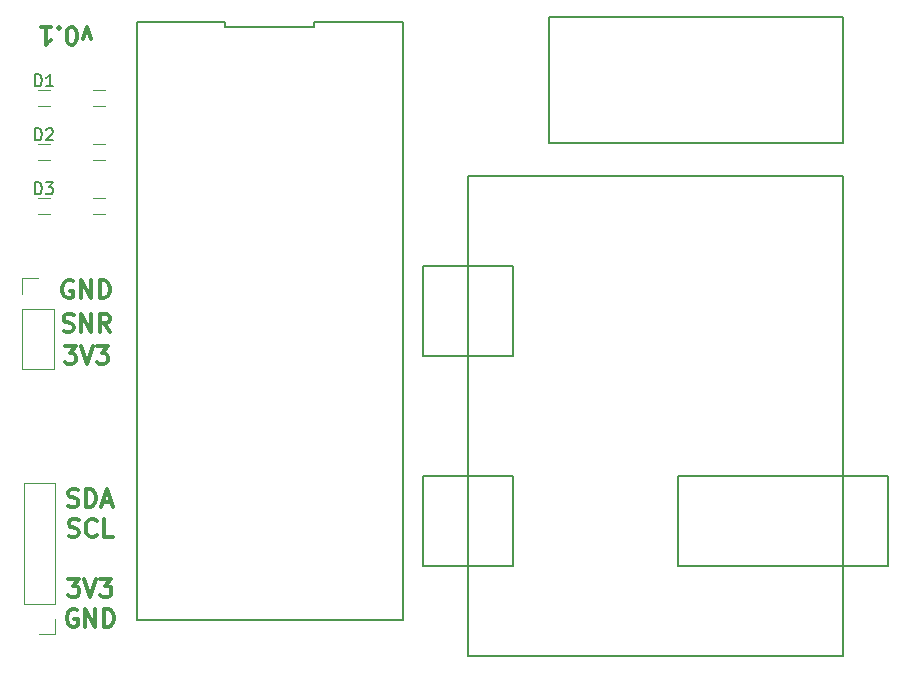
<source format=gbr>
G04 #@! TF.FileFunction,Legend,Top*
%FSLAX46Y46*%
G04 Gerber Fmt 4.6, Leading zero omitted, Abs format (unit mm)*
G04 Created by KiCad (PCBNEW 4.0.5) date 03/27/17 13:56:34*
%MOMM*%
%LPD*%
G01*
G04 APERTURE LIST*
%ADD10C,0.100000*%
%ADD11C,0.300000*%
%ADD12C,0.150000*%
%ADD13C,0.120000*%
G04 APERTURE END LIST*
D10*
D11*
X187265714Y-98441849D02*
X187480000Y-98513277D01*
X187837143Y-98513277D01*
X187980000Y-98441849D01*
X188051429Y-98370420D01*
X188122857Y-98227563D01*
X188122857Y-98084706D01*
X188051429Y-97941849D01*
X187980000Y-97870420D01*
X187837143Y-97798992D01*
X187551429Y-97727563D01*
X187408571Y-97656135D01*
X187337143Y-97584706D01*
X187265714Y-97441849D01*
X187265714Y-97298992D01*
X187337143Y-97156135D01*
X187408571Y-97084706D01*
X187551429Y-97013277D01*
X187908571Y-97013277D01*
X188122857Y-97084706D01*
X188765714Y-98513277D02*
X188765714Y-97013277D01*
X189622857Y-98513277D01*
X189622857Y-97013277D01*
X191194286Y-98513277D02*
X190694286Y-97798992D01*
X190337143Y-98513277D02*
X190337143Y-97013277D01*
X190908571Y-97013277D01*
X191051429Y-97084706D01*
X191122857Y-97156135D01*
X191194286Y-97298992D01*
X191194286Y-97513277D01*
X191122857Y-97656135D01*
X191051429Y-97727563D01*
X190908571Y-97798992D01*
X190337143Y-97798992D01*
X187372858Y-99762571D02*
X188301429Y-99762571D01*
X187801429Y-100334000D01*
X188015715Y-100334000D01*
X188158572Y-100405429D01*
X188230001Y-100476857D01*
X188301429Y-100619714D01*
X188301429Y-100976857D01*
X188230001Y-101119714D01*
X188158572Y-101191143D01*
X188015715Y-101262571D01*
X187587143Y-101262571D01*
X187444286Y-101191143D01*
X187372858Y-101119714D01*
X188730000Y-99762571D02*
X189230000Y-101262571D01*
X189730000Y-99762571D01*
X190087143Y-99762571D02*
X191015714Y-99762571D01*
X190515714Y-100334000D01*
X190730000Y-100334000D01*
X190872857Y-100405429D01*
X190944286Y-100476857D01*
X191015714Y-100619714D01*
X191015714Y-100976857D01*
X190944286Y-101119714D01*
X190872857Y-101191143D01*
X190730000Y-101262571D01*
X190301428Y-101262571D01*
X190158571Y-101191143D01*
X190087143Y-101119714D01*
X187662572Y-113268183D02*
X187876858Y-113339611D01*
X188234001Y-113339611D01*
X188376858Y-113268183D01*
X188448287Y-113196754D01*
X188519715Y-113053897D01*
X188519715Y-112911040D01*
X188448287Y-112768183D01*
X188376858Y-112696754D01*
X188234001Y-112625326D01*
X187948287Y-112553897D01*
X187805429Y-112482469D01*
X187734001Y-112411040D01*
X187662572Y-112268183D01*
X187662572Y-112125326D01*
X187734001Y-111982469D01*
X187805429Y-111911040D01*
X187948287Y-111839611D01*
X188305429Y-111839611D01*
X188519715Y-111911040D01*
X189162572Y-113339611D02*
X189162572Y-111839611D01*
X189519715Y-111839611D01*
X189734000Y-111911040D01*
X189876858Y-112053897D01*
X189948286Y-112196754D01*
X190019715Y-112482469D01*
X190019715Y-112696754D01*
X189948286Y-112982469D01*
X189876858Y-113125326D01*
X189734000Y-113268183D01*
X189519715Y-113339611D01*
X189162572Y-113339611D01*
X190591143Y-112911040D02*
X191305429Y-112911040D01*
X190448286Y-113339611D02*
X190948286Y-111839611D01*
X191448286Y-113339611D01*
X187698286Y-115808183D02*
X187912572Y-115879611D01*
X188269715Y-115879611D01*
X188412572Y-115808183D01*
X188484001Y-115736754D01*
X188555429Y-115593897D01*
X188555429Y-115451040D01*
X188484001Y-115308183D01*
X188412572Y-115236754D01*
X188269715Y-115165326D01*
X187984001Y-115093897D01*
X187841143Y-115022469D01*
X187769715Y-114951040D01*
X187698286Y-114808183D01*
X187698286Y-114665326D01*
X187769715Y-114522469D01*
X187841143Y-114451040D01*
X187984001Y-114379611D01*
X188341143Y-114379611D01*
X188555429Y-114451040D01*
X190055429Y-115736754D02*
X189984000Y-115808183D01*
X189769714Y-115879611D01*
X189626857Y-115879611D01*
X189412572Y-115808183D01*
X189269714Y-115665326D01*
X189198286Y-115522469D01*
X189126857Y-115236754D01*
X189126857Y-115022469D01*
X189198286Y-114736754D01*
X189269714Y-114593897D01*
X189412572Y-114451040D01*
X189626857Y-114379611D01*
X189769714Y-114379611D01*
X189984000Y-114451040D01*
X190055429Y-114522469D01*
X191412572Y-115879611D02*
X190698286Y-115879611D01*
X190698286Y-114379611D01*
X187670764Y-119459611D02*
X188599335Y-119459611D01*
X188099335Y-120031040D01*
X188313621Y-120031040D01*
X188456478Y-120102469D01*
X188527907Y-120173897D01*
X188599335Y-120316754D01*
X188599335Y-120673897D01*
X188527907Y-120816754D01*
X188456478Y-120888183D01*
X188313621Y-120959611D01*
X187885049Y-120959611D01*
X187742192Y-120888183D01*
X187670764Y-120816754D01*
X189027906Y-119459611D02*
X189527906Y-120959611D01*
X190027906Y-119459611D01*
X190385049Y-119459611D02*
X191313620Y-119459611D01*
X190813620Y-120031040D01*
X191027906Y-120031040D01*
X191170763Y-120102469D01*
X191242192Y-120173897D01*
X191313620Y-120316754D01*
X191313620Y-120673897D01*
X191242192Y-120816754D01*
X191170763Y-120888183D01*
X191027906Y-120959611D01*
X190599334Y-120959611D01*
X190456477Y-120888183D01*
X190385049Y-120816754D01*
X188030961Y-94246000D02*
X187888104Y-94174571D01*
X187673818Y-94174571D01*
X187459533Y-94246000D01*
X187316675Y-94388857D01*
X187245247Y-94531714D01*
X187173818Y-94817429D01*
X187173818Y-95031714D01*
X187245247Y-95317429D01*
X187316675Y-95460286D01*
X187459533Y-95603143D01*
X187673818Y-95674571D01*
X187816675Y-95674571D01*
X188030961Y-95603143D01*
X188102390Y-95531714D01*
X188102390Y-95031714D01*
X187816675Y-95031714D01*
X188745247Y-95674571D02*
X188745247Y-94174571D01*
X189602390Y-95674571D01*
X189602390Y-94174571D01*
X190316676Y-95674571D02*
X190316676Y-94174571D01*
X190673819Y-94174571D01*
X190888104Y-94246000D01*
X191030962Y-94388857D01*
X191102390Y-94531714D01*
X191173819Y-94817429D01*
X191173819Y-95031714D01*
X191102390Y-95317429D01*
X191030962Y-95460286D01*
X190888104Y-95603143D01*
X190673819Y-95674571D01*
X190316676Y-95674571D01*
X188385049Y-122071040D02*
X188242192Y-121999611D01*
X188027906Y-121999611D01*
X187813621Y-122071040D01*
X187670763Y-122213897D01*
X187599335Y-122356754D01*
X187527906Y-122642469D01*
X187527906Y-122856754D01*
X187599335Y-123142469D01*
X187670763Y-123285326D01*
X187813621Y-123428183D01*
X188027906Y-123499611D01*
X188170763Y-123499611D01*
X188385049Y-123428183D01*
X188456478Y-123356754D01*
X188456478Y-122856754D01*
X188170763Y-122856754D01*
X189099335Y-123499611D02*
X189099335Y-121999611D01*
X189956478Y-123499611D01*
X189956478Y-121999611D01*
X190670764Y-123499611D02*
X190670764Y-121999611D01*
X191027907Y-121999611D01*
X191242192Y-122071040D01*
X191385050Y-122213897D01*
X191456478Y-122356754D01*
X191527907Y-122642469D01*
X191527907Y-122856754D01*
X191456478Y-123142469D01*
X191385050Y-123285326D01*
X191242192Y-123428183D01*
X191027907Y-123499611D01*
X190670764Y-123499611D01*
X189594856Y-73727429D02*
X189237713Y-72727429D01*
X188880571Y-73727429D01*
X188023428Y-74227429D02*
X187880571Y-74227429D01*
X187737714Y-74156000D01*
X187666285Y-74084571D01*
X187594856Y-73941714D01*
X187523428Y-73656000D01*
X187523428Y-73298857D01*
X187594856Y-73013143D01*
X187666285Y-72870286D01*
X187737714Y-72798857D01*
X187880571Y-72727429D01*
X188023428Y-72727429D01*
X188166285Y-72798857D01*
X188237714Y-72870286D01*
X188309142Y-73013143D01*
X188380571Y-73298857D01*
X188380571Y-73656000D01*
X188309142Y-73941714D01*
X188237714Y-74084571D01*
X188166285Y-74156000D01*
X188023428Y-74227429D01*
X186880571Y-72870286D02*
X186809143Y-72798857D01*
X186880571Y-72727429D01*
X186952000Y-72798857D01*
X186880571Y-72870286D01*
X186880571Y-72727429D01*
X185380571Y-72727429D02*
X186237714Y-72727429D01*
X185809142Y-72727429D02*
X185809142Y-74227429D01*
X185951999Y-74013143D01*
X186094857Y-73870286D01*
X186237714Y-73798857D01*
D12*
X193464000Y-72306000D02*
X193464000Y-122936000D01*
X215984000Y-122936000D02*
X215984000Y-72306000D01*
X193464000Y-122936000D02*
X215984000Y-122936000D01*
X215984000Y-72306000D02*
X208477333Y-72306000D01*
X208477333Y-72306000D02*
X208477333Y-72756000D01*
X208477333Y-72756000D02*
X200970667Y-72756000D01*
X200970667Y-72756000D02*
X200970667Y-72306000D01*
X200970667Y-72306000D02*
X193464000Y-72306000D01*
D13*
X186089390Y-79420000D02*
X185089390Y-79420000D01*
X185089390Y-78060000D02*
X186089390Y-78060000D01*
X186089390Y-83992000D02*
X185089390Y-83992000D01*
X185089390Y-82632000D02*
X186089390Y-82632000D01*
X186090000Y-88564000D02*
X185090000Y-88564000D01*
X185090000Y-87204000D02*
X186090000Y-87204000D01*
X189789390Y-78060000D02*
X190789390Y-78060000D01*
X190789390Y-79420000D02*
X189789390Y-79420000D01*
X189789390Y-82632000D02*
X190789390Y-82632000D01*
X190789390Y-83992000D02*
X189789390Y-83992000D01*
X189789000Y-87204000D02*
X190789000Y-87204000D01*
X190789000Y-88564000D02*
X189789000Y-88564000D01*
D12*
X217678000Y-92964000D02*
X225298000Y-92964000D01*
X217678000Y-100584000D02*
X217678000Y-92964000D01*
X225298000Y-100584000D02*
X217678000Y-100584000D01*
X225298000Y-92964000D02*
X225298000Y-100584000D01*
X225298000Y-110744000D02*
X225298000Y-118364000D01*
X217678000Y-110744000D02*
X225298000Y-110744000D01*
X217678000Y-118364000D02*
X217678000Y-110744000D01*
X225298000Y-118364000D02*
X217678000Y-118364000D01*
X239268000Y-110744000D02*
X239268000Y-118364000D01*
X257048000Y-110744000D02*
X239268000Y-110744000D01*
X257048000Y-118364000D02*
X257048000Y-110744000D01*
X239268000Y-118364000D02*
X257048000Y-118364000D01*
X221488000Y-125984000D02*
X221488000Y-85344000D01*
X253238000Y-125984000D02*
X221488000Y-125984000D01*
X253238000Y-85344000D02*
X253238000Y-125984000D01*
X221488000Y-85344000D02*
X253238000Y-85344000D01*
D13*
X186539906Y-121551040D02*
X186539906Y-111331040D01*
X186539906Y-111331040D02*
X183879906Y-111331040D01*
X183879906Y-111331040D02*
X183879906Y-121551040D01*
X183879906Y-121551040D02*
X186539906Y-121551040D01*
X186539906Y-122821040D02*
X186539906Y-124151040D01*
X186539906Y-124151040D02*
X185209906Y-124151040D01*
X183779818Y-96564706D02*
X183779818Y-101704706D01*
X183779818Y-101704706D02*
X186439818Y-101704706D01*
X186439818Y-101704706D02*
X186439818Y-96564706D01*
X186439818Y-96564706D02*
X183779818Y-96564706D01*
X183779818Y-95294706D02*
X183779818Y-93964706D01*
X183779818Y-93964706D02*
X185109818Y-93964706D01*
D12*
X253238000Y-71882000D02*
X253238000Y-82550000D01*
X228346000Y-71882000D02*
X253238000Y-71882000D01*
X228346000Y-82550000D02*
X228346000Y-71882000D01*
X253238000Y-82550000D02*
X228346000Y-82550000D01*
X184851295Y-77742381D02*
X184851295Y-76742381D01*
X185089390Y-76742381D01*
X185232248Y-76790000D01*
X185327486Y-76885238D01*
X185375105Y-76980476D01*
X185422724Y-77170952D01*
X185422724Y-77313810D01*
X185375105Y-77504286D01*
X185327486Y-77599524D01*
X185232248Y-77694762D01*
X185089390Y-77742381D01*
X184851295Y-77742381D01*
X186375105Y-77742381D02*
X185803676Y-77742381D01*
X186089390Y-77742381D02*
X186089390Y-76742381D01*
X185994152Y-76885238D01*
X185898914Y-76980476D01*
X185803676Y-77028095D01*
X184851295Y-82314381D02*
X184851295Y-81314381D01*
X185089390Y-81314381D01*
X185232248Y-81362000D01*
X185327486Y-81457238D01*
X185375105Y-81552476D01*
X185422724Y-81742952D01*
X185422724Y-81885810D01*
X185375105Y-82076286D01*
X185327486Y-82171524D01*
X185232248Y-82266762D01*
X185089390Y-82314381D01*
X184851295Y-82314381D01*
X185803676Y-81409619D02*
X185851295Y-81362000D01*
X185946533Y-81314381D01*
X186184629Y-81314381D01*
X186279867Y-81362000D01*
X186327486Y-81409619D01*
X186375105Y-81504857D01*
X186375105Y-81600095D01*
X186327486Y-81742952D01*
X185756057Y-82314381D01*
X186375105Y-82314381D01*
X184851905Y-86886381D02*
X184851905Y-85886381D01*
X185090000Y-85886381D01*
X185232858Y-85934000D01*
X185328096Y-86029238D01*
X185375715Y-86124476D01*
X185423334Y-86314952D01*
X185423334Y-86457810D01*
X185375715Y-86648286D01*
X185328096Y-86743524D01*
X185232858Y-86838762D01*
X185090000Y-86886381D01*
X184851905Y-86886381D01*
X185756667Y-85886381D02*
X186375715Y-85886381D01*
X186042381Y-86267333D01*
X186185239Y-86267333D01*
X186280477Y-86314952D01*
X186328096Y-86362571D01*
X186375715Y-86457810D01*
X186375715Y-86695905D01*
X186328096Y-86791143D01*
X186280477Y-86838762D01*
X186185239Y-86886381D01*
X185899524Y-86886381D01*
X185804286Y-86838762D01*
X185756667Y-86791143D01*
M02*

</source>
